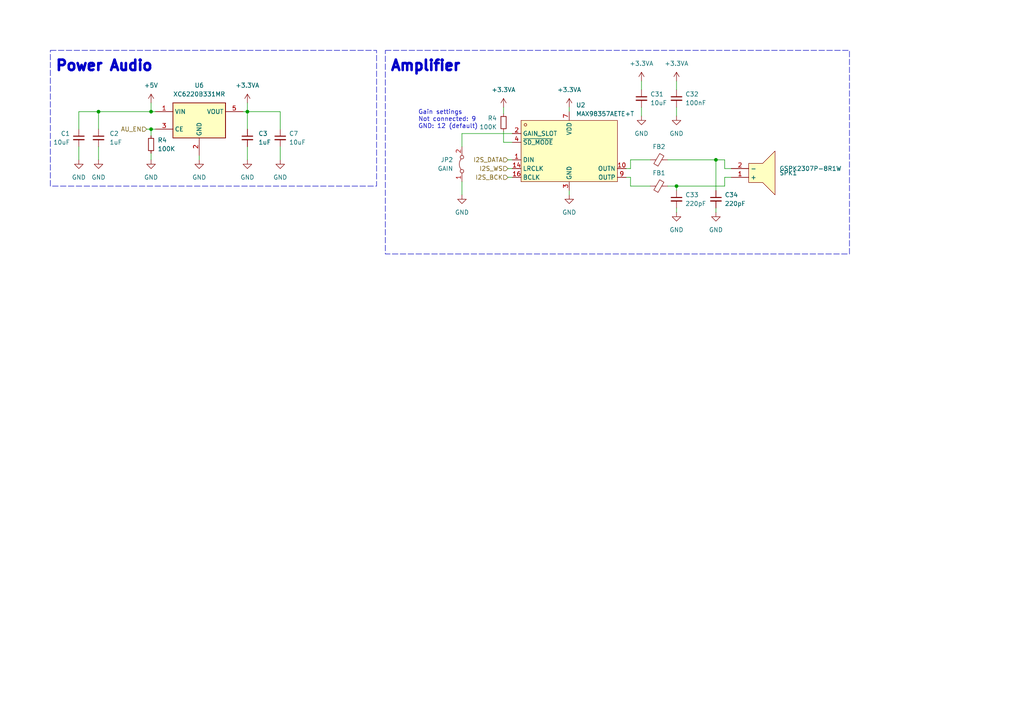
<source format=kicad_sch>
(kicad_sch (version 20230121) (generator eeschema)
  (paper "A4")
  (lib_symbols
    (symbol "Device:C_Small" (pin_numbers hide) (pin_names (offset 0.254) hide)
      (property "Reference" "C" (at 0.254 1.778 0))
      (property "Value" "C_Small" (at 0.254 -2.032 0))
      (symbol "C_Small_0_1"
        (polyline (pts (xy -1.524 -0.508) (xy 1.524 -0.508)) (stroke (width 0.3302)))
        (polyline (pts (xy -1.524 0.508) (xy 1.524 0.508)) (stroke (width 0.3048)))
      )
      (symbol "C_Small_1_1"
        (pin passive line (at 0 2.54 270) (length 2.032) (name "~") (number "1"))
        (pin passive line (at 0 -2.54 90) (length 2.032) (name "~") (number "2"))
      )
    )
    (symbol "Device:FerriteBead_Small" (pin_numbers hide) (pin_names (offset 0))
      (property "Reference" "FB" (at 1.905 1.27 0))
      (property "Value" "FerriteBead_Small" (at 1.905 -1.27 0))
      (symbol "FerriteBead_Small_0_1"
        (polyline (pts (xy 0 -1.27) (xy 0 -0.7874)))
        (polyline (pts (xy 0 0.889) (xy 0 1.2954)))
        (polyline (pts (xy -1.8288 0.2794) (xy -1.1176 1.4986) (xy 1.8288 -0.2032) (xy 1.1176 -1.4224) (xy -1.8288 0.2794)))
      )
      (symbol "FerriteBead_Small_1_1"
        (pin passive line (at 0 2.54 270) (length 1.27) (name "~") (number "1"))
        (pin passive line (at 0 -2.54 90) (length 1.27) (name "~") (number "2"))
      )
    )
    (symbol "Device:R_Small" (pin_numbers hide) (pin_names (offset 0.254) hide)
      (property "Reference" "R" (at 0.762 0.508 0))
      (property "Value" "R_Small" (at 0.762 -1.016 0))
      (symbol "R_Small_0_1"
        (rectangle (start -0.762 1.778) (end 0.762 -1.778) (stroke (width 0.2032)))
      )
      (symbol "R_Small_1_1"
        (pin passive line (at 0 2.54 270) (length 0.762) (name "~") (number "1"))
        (pin passive line (at 0 -2.54 90) (length 0.762) (name "~") (number "2"))
      )
    )
    (symbol "Jumper:Jumper_2_Bridged" (pin_names (offset 0) hide)
      (property "Reference" "JP" (at 0 1.905 0))
      (property "Value" "Jumper_2_Bridged" (at 0 -2.54 0))
      (symbol "Jumper_2_Bridged_0_0"
        (circle (center -2.032 0) (radius 0.508))
        (circle (center 2.032 0) (radius 0.508))
      )
      (symbol "Jumper_2_Bridged_0_1"
        (arc (start 1.524 0.254) (mid 0 0.762) (end -1.524 0.254))
      )
      (symbol "Jumper_2_Bridged_1_1"
        (pin passive line (at -5.08 0 0) (length 2.54) (name "A") (number "1"))
        (pin passive line (at 5.08 0 180) (length 2.54) (name "B") (number "2"))
      )
    )
    (symbol "Regulator_Linear:XC6220B331MR"
      (property "Reference" "U" (at 0 8.89 0))
      (property "Value" "XC6220B331MR" (at 0 6.35 0))
      (symbol "XC6220B331MR_0_1"
        (rectangle (start -7.62 5.08) (end 7.62 -5.08) (stroke (width 0.254)) (fill (type background)))
      )
      (symbol "XC6220B331MR_1_1"
        (pin power_in line (at -12.7 2.54 0) (length 5.08) (name "VIN") (number "1"))
        (pin power_in line (at 0 -10.16 90) (length 5.08) (name "GND") (number "2"))
        (pin input line (at -12.7 -2.54 0) (length 5.08) (name "CE") (number "3"))
        (pin no_connect line (at 7.62 -2.54 180) (length 5.08) hide (name "NC") (number "4"))
        (pin power_out line (at 12.7 2.54 180) (length 5.08) (name "VOUT") (number "5"))
      )
    )
    (symbol "easyeda2kicad:GSPK2307P-8R1W"
      (property "Reference" "SPK" (at 0 7.62 0))
      (property "Value" "GSPK2307P-8R1W" (at 0 -5.08 0))
      (symbol "GSPK2307P-8R1W_0_1"
        (polyline (pts (xy -4.06 4.06) (xy 0 4.06) (xy 0 -1.52) (xy -4.06 -1.52) (xy -7.62 -5.08) (xy -7.62 7.62) (xy -4.06 4.06)) (fill (type background)))
      )
      (symbol "GSPK2307P-8R1W_1_1"
        (pin passive line (at 5.08 0 180) (length 5.08) (name "+") (number "1"))
        (pin passive line (at 5.08 2.54 180) (length 5.08) (name "-") (number "2"))
      )
    )
    (symbol "easyeda2kicad:MAX98357AETE+T"
      (property "Reference" "U" (at 1.27 13.97 0))
      (property "Value" "MAX98357AETE+T" (at 1.27 11.43 0))
      (symbol "MAX98357AETE+T_0_1"
        (rectangle (start -13.97 10.16) (end 13.97 -7.62) (fill (type background)))
        (circle (center -12.7 8.89) (radius 0.38))
      )
      (symbol "MAX98357AETE+T_1_1"
        (pin bidirectional line (at -16.51 -1.27 0) (length 2.54) (name "DIN") (number "1"))
        (pin passive line (at 16.51 -3.81 180) (length 2.54) (name "OUTN") (number "10"))
        (pin power_in line (at 0 -10.16 90) (length 2.54) hide (name "GND") (number "11"))
        (pin no_connect line (at 16.51 8.89 180) (length 2.54) hide (name "NC") (number "12"))
        (pin no_connect line (at 16.51 6.35 180) (length 2.54) hide (name "NC") (number "13"))
        (pin bidirectional line (at -16.51 -3.81 0) (length 2.54) (name "LRCLK") (number "14"))
        (pin power_in line (at 0 -10.16 90) (length 2.54) hide (name "GND") (number "15"))
        (pin bidirectional line (at -16.51 -6.35 0) (length 2.54) (name "BCLK") (number "16"))
        (pin no_connect line (at 16.51 -1.27 180) (length 2.54) hide (name "EP") (number "17"))
        (pin passive line (at -16.51 6.35 0) (length 2.54) (name "GAIN_SLOT") (number "2"))
        (pin power_in line (at 0 -10.16 90) (length 2.54) (name "GND") (number "3"))
        (pin passive line (at -16.51 3.81 0) (length 2.54) (name "~{SD_MODE}") (number "4"))
        (pin no_connect line (at 16.51 3.81 180) (length 2.54) hide (name "NC") (number "5"))
        (pin no_connect line (at 16.51 1.27 180) (length 2.54) hide (name "NC") (number "6"))
        (pin power_in line (at 0 12.7 270) (length 2.54) (name "VDD") (number "7"))
        (pin power_in line (at 0 12.7 270) (length 2.54) hide (name "VDD") (number "8"))
        (pin passive line (at 16.51 -6.35 180) (length 2.54) (name "OUTP") (number "9"))
      )
    )
    (symbol "power:+3.3VA" (power) (pin_names (offset 0))
      (property "Value" "+3.3VA" (at 0 3.556 0))
      (symbol "+3.3VA_0_1"
        (polyline (pts (xy -0.762 1.27) (xy 0 2.54)))
        (polyline (pts (xy 0 0) (xy 0 2.54)))
        (polyline (pts (xy 0 2.54) (xy 0.762 1.27)))
      )
      (symbol "+3.3VA_1_1"
        (pin power_in line (at 0 0 90) (length 0) hide (name "+3.3VA") (number "1"))
      )
    )
    (symbol "power:+5V" (power) (pin_names (offset 0))
      (property "Value" "+5V" (at 0 3.556 0))
      (symbol "+5V_0_1"
        (polyline (pts (xy -0.762 1.27) (xy 0 2.54)))
        (polyline (pts (xy 0 0) (xy 0 2.54)))
        (polyline (pts (xy 0 2.54) (xy 0.762 1.27)))
      )
      (symbol "+5V_1_1"
        (pin power_in line (at 0 0 90) (length 0) hide (name "+5V") (number "1"))
      )
    )
    (symbol "power:GND" (power) (pin_names (offset 0))
      (property "Value" "GND" (at 0 -3.81 0))
      (symbol "GND_0_1"
        (polyline (pts (xy 0 0) (xy 0 -1.27) (xy 1.27 -1.27) (xy 0 -2.54) (xy -1.27 -1.27) (xy 0 -1.27)))
      )
      (symbol "GND_1_1"
        (pin power_in line (at 0 0 270) (length 0) hide (name "GND") (number "1"))
      )
    )
  )
  (junction (at 71.755 32.385))
  (junction (at 196.215 53.975))
  (junction (at 28.575 32.385))
  (junction (at 43.815 32.385))
  (junction (at 43.815 37.465))
  (junction (at 207.645 46.355))
  (wire (pts (xy 196.215 31.115) (xy 196.215 33.655)))
  (wire (pts (xy 182.88 53.975) (xy 188.595 53.975)))
  (wire (pts (xy 207.645 60.325) (xy 207.645 61.595)))
  (wire (pts (xy 148.59 41.275) (xy 146.05 41.275)))
  (wire (pts (xy 146.05 31.115) (xy 146.05 33.02)))
  (wire (pts (xy 133.985 52.705) (xy 133.985 56.515)))
  (wire (pts (xy 181.61 48.895) (xy 182.88 48.895)))
  (wire (pts (xy 28.575 42.545) (xy 28.575 46.355)))
  (wire (pts (xy 196.215 23.495) (xy 196.215 26.035)))
  (wire (pts (xy 22.86 32.385) (xy 28.575 32.385)))
  (wire (pts (xy 43.815 44.45) (xy 43.815 46.355)))
  (wire (pts (xy 182.88 51.435) (xy 182.88 53.975)))
  (wire (pts (xy 43.815 29.845) (xy 43.815 32.385)))
  (wire (pts (xy 57.785 45.085) (xy 57.785 46.355)))
  (wire (pts (xy 71.755 42.545) (xy 71.755 46.355)))
  (wire (pts (xy 28.575 32.385) (xy 28.575 37.465)))
  (wire (pts (xy 146.05 38.1) (xy 146.05 41.275)))
  (wire (pts (xy 43.815 32.385) (xy 45.085 32.385)))
  (wire (pts (xy 133.985 42.545) (xy 133.985 38.735)))
  (wire (pts (xy 207.645 46.355) (xy 210.185 46.355)))
  (wire (pts (xy 43.815 37.465) (xy 43.815 39.37)))
  (wire (pts (xy 45.085 37.465) (xy 43.815 37.465)))
  (wire (pts (xy 193.675 53.975) (xy 196.215 53.975)))
  (wire (pts (xy 182.88 46.355) (xy 188.595 46.355)))
  (wire (pts (xy 196.215 53.975) (xy 210.185 53.975)))
  (wire (pts (xy 22.86 42.545) (xy 22.86 46.355)))
  (wire (pts (xy 165.1 55.245) (xy 165.1 56.515)))
  (wire (pts (xy 71.755 32.385) (xy 81.28 32.385)))
  (wire (pts (xy 81.28 42.545) (xy 81.28 46.355)))
  (wire (pts (xy 196.215 60.325) (xy 196.215 61.595)))
  (wire (pts (xy 147.32 46.355) (xy 148.59 46.355)))
  (wire (pts (xy 42.545 37.465) (xy 43.815 37.465)))
  (wire (pts (xy 186.055 31.115) (xy 186.055 33.655)))
  (wire (pts (xy 193.675 46.355) (xy 207.645 46.355)))
  (wire (pts (xy 71.755 29.845) (xy 71.755 32.385)))
  (wire (pts (xy 186.055 23.495) (xy 186.055 26.035)))
  (wire (pts (xy 165.1 31.115) (xy 165.1 32.385)))
  (wire (pts (xy 71.755 32.385) (xy 71.755 37.465)))
  (wire (pts (xy 133.985 38.735) (xy 148.59 38.735)))
  (wire (pts (xy 207.645 46.355) (xy 207.645 55.245)))
  (wire (pts (xy 81.28 32.385) (xy 81.28 37.465)))
  (wire (pts (xy 210.185 51.435) (xy 212.09 51.435)))
  (wire (pts (xy 147.32 51.435) (xy 148.59 51.435)))
  (wire (pts (xy 22.86 32.385) (xy 22.86 37.465)))
  (wire (pts (xy 70.485 32.385) (xy 71.755 32.385)))
  (wire (pts (xy 147.32 48.895) (xy 148.59 48.895)))
  (wire (pts (xy 182.88 48.895) (xy 182.88 46.355)))
  (wire (pts (xy 181.61 51.435) (xy 182.88 51.435)))
  (wire (pts (xy 28.575 32.385) (xy 43.815 32.385)))
  (wire (pts (xy 210.185 53.975) (xy 210.185 51.435)))
  (wire (pts (xy 210.185 46.355) (xy 210.185 48.895)))
  (wire (pts (xy 196.215 53.975) (xy 196.215 55.245)))
  (wire (pts (xy 210.185 48.895) (xy 212.09 48.895)))
  (rectangle (start 14.605 14.605) (end 109.22 53.975) (stroke (width 0) (type dash)))
  (rectangle (start 111.76 14.605) (end 246.38 73.66) (stroke (width 0) (type dash)))
  (text "Gain settings\nNot connected: 9\nGND: 12 (default)" (at 121.285 37.465 0) (effects (font (size 1.27 1.27)) (justify left bottom)))
  (text "Amplifier" (at 113.03 20.955 0) (effects (font (size 3 3) (thickness 0.8) bold) (justify left bottom)))
  (text "Power Audio" (at 15.875 20.955 0) (effects (font (size 3 3) (thickness 0.8) bold) (justify left bottom)))
  (hierarchical_label "AU_EN" (shape input) (at 42.545 37.465 180))
  (hierarchical_label "I2S_DATA" (shape input) (at 147.32 46.355 180))
  (hierarchical_label "I2S_WS" (shape input) (at 147.32 48.895 180))
  (hierarchical_label "I2S_BCK" (shape input) (at 147.32 51.435 180))
  (symbol (lib_id "Device:FerriteBead_Small") (at 191.135 46.355 90) (unit 1)
    (property "Reference" "FB2" (at 191.135 42.545 90))
    (property "Value" "PBY160808T-102Y-N" (effects hide))
    (property "Footprint" "Inductor_SMD:L_0603_1608Metric" (effects hide))
    (property "Datasheet" "https://datasheet.lcsc.com/lcsc/1810261220_Chilisin-Elec-PBY160808T-102Y-N_C142079.pdf" (effects hide))
    (property "LCSC" "C142079" (effects hide))
  )
  (symbol (lib_id "easyeda2kicad:GSPK2307P-8R1W") (at 217.17 51.435 0) (mirror y) (unit 1)
    (property "Reference" "SPK1" (at 226.06 50.165 0) (effects (justify right)))
    (property "Value" "GSPK2307P-8R1W" (at 226.06 48.895 0) (effects (justify right)))
    (property "Footprint" "easyeda2kicad:SPK-TH_BD23.0-P10.00-D0.8-L-RD" (effects hide))
    (property "Datasheet" "https://lcsc.com/product-detail/Speakers_INGHAi-GSPK2307P-8R1W_C530531.html" (effects hide))
    (property "LCSC" "C530531" (effects hide))
  )
  (symbol (lib_id "Device:C_Small") (at 207.645 57.785 0) (unit 1)
    (property "Reference" "C34" (at 210.185 56.5213 0) (effects (justify left)))
    (property "Value" "220pF" (at 210.185 59.0613 0) (effects (justify left)))
    (property "Footprint" "Capacitor_SMD:C_0603_1608Metric" (effects hide))
    (property "Datasheet" "https://datasheet.lcsc.com/lcsc/1912111437_Walsin-Tech-Corp-0603B221M101CT_C384787.pdf" (effects hide))
    (property "LCSC" "C384787" (effects hide))
  )
  (symbol (lib_id "Device:C_Small") (at 186.055 28.575 0) (unit 1)
    (property "Reference" "C31" (at 188.595 27.3113 0) (effects (justify left)))
    (property "Value" "10uF" (at 188.595 29.8513 0) (effects (justify left)))
    (property "Footprint" "Capacitor_SMD:C_0805_2012Metric" (effects hide))
    (property "Datasheet" "https://datasheet.lcsc.com/lcsc/2304140030_Samsung-Electro-Mechanics-CL21A106KAYNNNE_C15850.pdf" (effects hide))
    (property "LCSC" "C15850" (effects hide))
  )
  (symbol (lib_id "power:GND") (at 71.755 46.355 0) (unit 1)
    (property "Reference" "#PWR04" (effects hide))
    (property "Value" "GND" (at 71.755 51.435 0))
    (instances (project "Badge" (path "" (reference "#PWR04") (unit 1)) (path "" (reference "#PWR015") (unit 1))))
  )
  (symbol (lib_id "power:GND") (at 186.055 33.655 0) (unit 1)
    (property "Reference" "#PWR087" (effects hide))
    (property "Value" "GND" (at 186.055 38.735 0))
  )
  (symbol (lib_id "power:GND") (at 81.28 46.355 0) (mirror y) (unit 1)
    (property "Reference" "#PWR017" (effects hide))
    (property "Value" "GND" (at 81.28 51.435 0))
    (instances (project "Badge" (path "" (reference "#PWR017") (unit 1)) (path "" (reference "#PWR0101") (unit 1))))
  )
  (symbol (lib_id "power:GND") (at 165.1 56.515 0) (mirror y) (unit 1)
    (property "Reference" "#PWR022" (effects hide))
    (property "Value" "GND" (at 165.1 61.595 0))
  )
  (symbol (lib_id "Device:R_Small") (at 146.05 35.56 0) (mirror y) (unit 1)
    (property "Reference" "R4" (at 144.145 34.29 0) (effects (justify left)))
    (property "Value" "100K" (at 144.145 36.83 0) (effects (justify left)))
    (property "Footprint" "Resistor_SMD:R_0603_1608Metric" (effects hide))
    (property "Datasheet" "https://datasheet.lcsc.com/lcsc/2304140030_Walsin-Tech-Corp-WR06X1003FTL_C132374.pdf" (effects hide))
    (property "LCSC" "C132374" (effects hide))
    (instances (project "Badge" (path "" (reference "R4") (unit 1)) (path "" (reference "R9") (unit 1))))
  )
  (symbol (lib_id "power:GND") (at 196.215 61.595 0) (unit 1)
    (property "Reference" "#PWR082" (effects hide))
    (property "Value" "GND" (at 196.215 66.675 0))
  )
  (symbol (lib_id "easyeda2kicad:MAX98357AETE+T") (at 165.1 45.085 0) (unit 1)
    (property "Reference" "U2" (at 167.0559 30.48 0) (effects (justify left)))
    (property "Value" "MAX98357AETE+T" (at 167.0559 33.02 0) (effects (justify left)))
    (property "Footprint" "easyeda2kicad:TQFN-16_L3.0-W3.0-P0.50-BL-EP1.5" (effects hide))
    (property "LCSC" "C910544" (effects hide))
  )
  (symbol (lib_id "Device:C_Small") (at 71.755 40.005 0) (unit 1)
    (property "Reference" "C3" (at 74.93 38.7413 0) (effects (justify left)))
    (property "Value" "1uF" (at 74.93 41.2813 0) (effects (justify left)))
    (property "Footprint" "Capacitor_SMD:C_0603_1608Metric" (effects hide))
    (property "Datasheet" "https://datasheet.lcsc.com/lcsc/2208181800_FOJAN-FCC0603B105K250CT_C5137572.pdf" (effects hide))
    (property "LCSC" "C5137572" (effects hide))
  )
  (symbol (lib_id "Device:C_Small") (at 196.215 57.785 0) (unit 1)
    (property "Reference" "C33" (at 198.755 56.5213 0) (effects (justify left)))
    (property "Value" "220pF" (at 198.755 59.0613 0) (effects (justify left)))
    (property "Footprint" "Capacitor_SMD:C_0603_1608Metric" (effects hide))
    (property "Datasheet" "https://datasheet.lcsc.com/lcsc/1912111437_Walsin-Tech-Corp-0603B221M101CT_C384787.pdf" (effects hide))
    (property "LCSC" "C384787" (effects hide))
  )
  (symbol (lib_id "Device:C_Small") (at 22.86 40.005 0) (mirror y) (unit 1)
    (property "Reference" "C1" (at 20.32 38.7413 0) (effects (justify left)))
    (property "Value" "10uF" (at 20.32 41.2813 0) (effects (justify left)))
    (property "Footprint" "Capacitor_SMD:C_0805_2012Metric" (effects hide))
    (property "Datasheet" "https://datasheet.lcsc.com/lcsc/2304140030_Samsung-Electro-Mechanics-CL21A106KAYNNNE_C15850.pdf" (effects hide))
    (property "LCSC" "C15850" (effects hide))
    (instances (project "Badge" (path "" (reference "C1") (unit 1)) (path "" (reference "C35") (unit 1))))
  )
  (symbol (lib_id "Device:C_Small") (at 196.215 28.575 0) (unit 1)
    (property "Reference" "C32" (at 198.755 27.3113 0) (effects (justify left)))
    (property "Value" "100nF" (at 198.755 29.8513 0) (effects (justify left)))
    (property "Footprint" "Capacitor_SMD:C_0603_1608Metric" (effects hide))
    (property "Datasheet" "https://datasheet.lcsc.com/lcsc/2211101700_YAGEO-CC0603KRX7R9BB104_C14663.pdf" (effects hide))
    (property "LCSC" "C14663" (effects hide))
  )
  (symbol (lib_id "Device:C_Small") (at 81.28 40.005 0) (unit 1)
    (property "Reference" "C7" (at 83.82 38.7413 0) (effects (justify left)))
    (property "Value" "10uF" (at 83.82 41.2813 0) (effects (justify left)))
    (property "Footprint" "Capacitor_SMD:C_0805_2012Metric" (effects hide))
    (property "Datasheet" "https://datasheet.lcsc.com/lcsc/2304140030_Samsung-Electro-Mechanics-CL21A106KAYNNNE_C15850.pdf" (effects hide))
    (property "LCSC" "C15850" (effects hide))
    (instances (project "Badge" (path "" (reference "C7") (unit 1)) (path "" (reference "C38") (unit 1))))
  )
  (symbol (lib_id "power:GND") (at 22.86 46.355 0) (unit 1)
    (property "Reference" "#PWR04" (effects hide))
    (property "Value" "GND" (at 22.86 51.435 0))
    (instances (project "Badge" (path "" (reference "#PWR04") (unit 1)) (path "" (reference "#PWR012") (unit 1))))
  )
  (symbol (lib_id "Jumper:Jumper_2_Bridged") (at 133.985 47.625 90) (unit 1) (in_bom no)
    (property "Reference" "JP2" (at 131.445 46.355 90) (effects (justify left)))
    (property "Value" "GAIN" (at 131.445 48.895 90) (effects (justify left)))
    (property "Footprint" "Jumper:SolderJumper-2_P1.3mm_Bridged_RoundedPad1.0x1.5mm" (effects hide))
  )
  (symbol (lib_id "power:+3.3VA") (at 186.055 23.495 0) (unit 1)
    (property "Reference" "#PWR085" (effects hide))
    (property "Value" "+3.3VA" (at 186.055 18.415 0))
  )
  (symbol (lib_id "power:+3.3VA") (at 165.1 31.115 0) (unit 1)
    (property "Reference" "#PWR020" (effects hide))
    (property "Value" "+3.3VA" (at 165.1 26.035 0))
  )
  (symbol (lib_id "Device:FerriteBead_Small") (at 191.135 53.975 90) (unit 1)
    (property "Reference" "FB1" (at 191.135 50.165 90))
    (property "Value" "PBY160808T-102Y-N" (effects hide))
    (property "Footprint" "Inductor_SMD:L_0603_1608Metric" (effects hide))
    (property "Datasheet" "https://datasheet.lcsc.com/lcsc/1810261220_Chilisin-Elec-PBY160808T-102Y-N_C142079.pdf" (effects hide))
    (property "LCSC" "C142079" (effects hide))
  )
  (symbol (lib_id "power:GND") (at 196.215 33.655 0) (unit 1)
    (property "Reference" "#PWR086" (effects hide))
    (property "Value" "GND" (at 196.215 38.735 0))
  )
  (symbol (lib_id "power:+5V") (at 43.815 29.845 0) (unit 1)
    (property "Reference" "#PWR097" (effects hide))
    (property "Value" "+5V" (at 43.815 24.765 0))
    (instances (project "Badge" (path "" (reference "#PWR097") (unit 1)) (path "" (reference "#PWR090") (unit 1))))
  )
  (symbol (lib_id "power:GND") (at 43.815 46.355 0) (unit 1)
    (property "Reference" "#PWR096" (effects hide))
    (property "Value" "GND" (at 43.815 51.435 0))
    (instances (project "Badge" (path "" (reference "#PWR096") (unit 1)) (path "" (reference "#PWR019") (unit 1))))
  )
  (symbol (lib_id "power:+3.3VA") (at 146.05 31.115 0) (unit 1)
    (property "Reference" "#PWR080" (effects hide))
    (property "Value" "+3.3VA" (at 146.05 26.035 0))
  )
  (symbol (lib_id "Regulator_Linear:XC6220B331MR") (at 57.785 34.925 0) (unit 1)
    (property "Reference" "U6" (at 57.785 24.765 0))
    (property "Value" "XC6220B331MR" (at 57.785 27.305 0))
    (property "Footprint" "Package_TO_SOT_SMD:SOT-23-5" (effects hide))
    (property "Datasheet" "https://datasheet.lcsc.com/lcsc/2206301715_TECH-PUBLIC-XC6220B331MR_C3040644.pdf" (effects hide))
    (property "LCSC" "C3040644" (effects hide))
    (instances (project "Badge" (path "" (reference "U6") (unit 1)) (path "" (reference "U7") (unit 1))))
  )
  (symbol (lib_id "Device:C_Small") (at 28.575 40.005 0) (unit 1)
    (property "Reference" "C2" (at 31.75 38.7413 0) (effects (justify left)))
    (property "Value" "1uF" (at 31.75 41.2813 0) (effects (justify left)))
    (property "Footprint" "Capacitor_SMD:C_0603_1608Metric" (effects hide))
    (property "Datasheet" "https://datasheet.lcsc.com/lcsc/2208181800_FOJAN-FCC0603B105K250CT_C5137572.pdf" (effects hide))
    (property "LCSC" "C5137572" (effects hide))
  )
  (symbol (lib_id "power:GND") (at 207.645 61.595 0) (unit 1)
    (property "Reference" "#PWR091" (effects hide))
    (property "Value" "GND" (at 207.645 66.675 0))
  )
  (symbol (lib_id "power:+3.3VA") (at 71.755 29.845 0) (unit 1)
    (property "Reference" "#PWR018" (effects hide))
    (property "Value" "+3.3VA" (at 71.755 24.765 0))
    (instances (project "Badge" (path "" (reference "#PWR018") (unit 1)) (path "" (reference "#PWR030") (unit 1))))
  )
  (symbol (lib_id "power:+3.3VA") (at 196.215 23.495 0) (unit 1)
    (property "Reference" "#PWR084" (effects hide))
    (property "Value" "+3.3VA" (at 196.215 18.415 0))
  )
  (symbol (lib_id "power:GND") (at 57.785 46.355 0) (unit 1)
    (property "Reference" "#PWR096" (effects hide))
    (property "Value" "GND" (at 57.785 51.435 0))
    (instances (project "Badge" (path "" (reference "#PWR096") (unit 1)) (path "" (reference "#PWR098") (unit 1))))
  )
  (symbol (lib_id "power:GND") (at 133.985 56.515 0) (mirror y) (unit 1)
    (property "Reference" "#PWR03" (effects hide))
    (property "Value" "GND" (at 133.985 61.595 0))
  )
  (symbol (lib_id "Device:R_Small") (at 43.815 41.91 0) (unit 1)
    (property "Reference" "R4" (at 45.72 40.64 0) (effects (justify left)))
    (property "Value" "100K" (at 45.72 43.18 0) (effects (justify left)))
    (property "Footprint" "Resistor_SMD:R_0603_1608Metric" (effects hide))
    (property "Datasheet" "https://datasheet.lcsc.com/lcsc/2304140030_Walsin-Tech-Corp-WR06X1003FTL_C132374.pdf" (effects hide))
    (property "LCSC" "C132374" (effects hide))
    (instances (project "Badge" (path "" (reference "R4") (unit 1)) (path "" (reference "R2") (unit 1))))
  )
  (symbol (lib_id "power:GND") (at 28.575 46.355 0) (unit 1)
    (property "Reference" "#PWR04" (effects hide))
    (property "Value" "GND" (at 28.575 51.435 0))
    (instances (project "Badge" (path "" (reference "#PWR04") (unit 1)) (path "" (reference "#PWR06") (unit 1))))
  )
)
</source>
